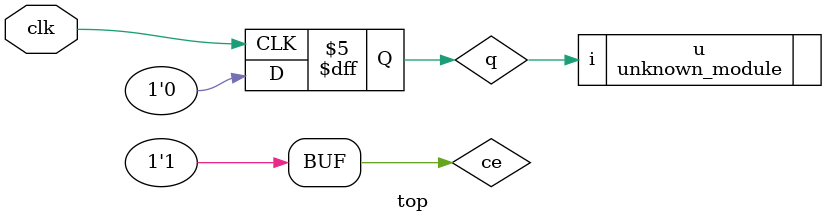
<source format=v>
module top(input clk);
wire ce = 1'b1;
reg q = 1'b0;
always @(posedge clk)
    if (ce) q <= 1'b0;

(* keep *)
unknown_module u(.i(q));
endmodule

</source>
